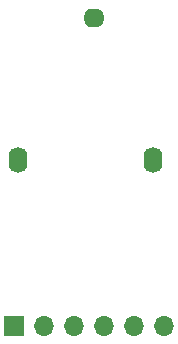
<source format=gbr>
%TF.GenerationSoftware,KiCad,Pcbnew,8.0.4*%
%TF.CreationDate,2024-08-04T00:04:10+10:00*%
%TF.ProjectId,EVQWKL001-breadboard,45565157-4b4c-4303-9031-2d6272656164,rev?*%
%TF.SameCoordinates,Original*%
%TF.FileFunction,Soldermask,Bot*%
%TF.FilePolarity,Negative*%
%FSLAX46Y46*%
G04 Gerber Fmt 4.6, Leading zero omitted, Abs format (unit mm)*
G04 Created by KiCad (PCBNEW 8.0.4) date 2024-08-04 00:04:10*
%MOMM*%
%LPD*%
G01*
G04 APERTURE LIST*
%ADD10O,1.600000X2.200000*%
%ADD11O,1.800000X1.600000*%
%ADD12R,1.700000X1.700000*%
%ADD13O,1.700000X1.700000*%
G04 APERTURE END LIST*
D10*
%TO.C,ENC1*%
X80335000Y-55220000D03*
D11*
X86735000Y-43120000D03*
D10*
X91735000Y-55220000D03*
%TD*%
D12*
%TO.C,J1*%
X80010000Y-69215000D03*
D13*
X82550000Y-69215000D03*
X85090000Y-69215000D03*
X87630000Y-69215000D03*
X90170000Y-69215000D03*
X92710000Y-69215000D03*
%TD*%
M02*

</source>
